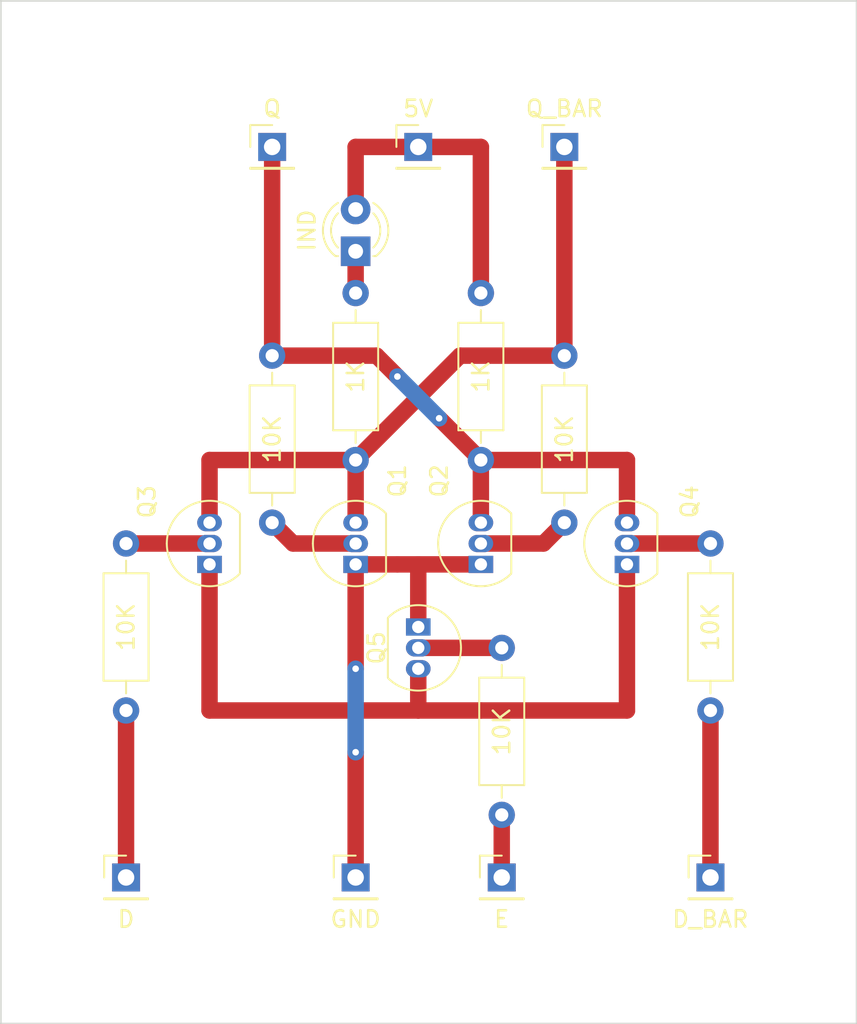
<source format=kicad_pcb>
(kicad_pcb (version 20221018) (generator pcbnew)
  (layers (0 "F.Cu" signal) (31 "B.Cu" signal) (34 "B.Paste" user) (35 "F.Paste" user) (36 "B.SilkS" user "B.Silkscreen") (37 "F.SilkS" user "F.Silkscreen") (38 "B.Mask" user) (39 "F.Mask" user) (44 "Edge.Cuts" user))
  (net 0 "")
  (net 1 "Net-(D1-K)")
  (net 2 "+5V")
  (net 3 "Net-(J1-Pin_1)")
  (net 4 "Net-(J2-Pin_1)")
  (net 5 "Net-(J3-Pin_1)")
  (net 6 "Net-(J5-Pin_1)")
  (net 7 "GND")
  (net 8 "Net-(Q1-B)")
  (net 9 "Net-(Q2-B)")
  (net 10 "Net-(Q3-E)")
  (net 11 "Net-(Q3-B)")
  (net 12 "Net-(Q4-B)")
  (net 13 "Net-(Q5-B)")
  (net 14 "Net-(J4-Pin_1)")
  (footprint "Resistor_THT:R_Axial_DIN0207_L6.3mm_D2.5mm_P10.16mm_Horizontal" (layer "F.Cu") (at 111.76 80.01 90)
    (fp_text reference "10K" (at 5.08 0 90) (layer "F.SilkS"))
    (fp_text value "R_Axial_DIN0207_L6.3mm_D2.5mm_P10.16mm_Horizontal" hide)
    (fp_line (start 1.04 0) (end 1.81 0) (stroke (width 0.12)) (layer "F.SilkS"))
    (fp_line (start 1.81 -1.37) (end 1.81 1.37) (stroke (width 0.12)) (layer "F.SilkS"))
    (fp_line (start 1.81 1.37) (end 8.35 1.37) (stroke (width 0.12)) (layer "F.SilkS"))
    (fp_line (start 8.35 -1.37) (end 1.81 -1.37) (stroke (width 0.12)) (layer "F.SilkS"))
    (fp_line (start 8.35 1.37) (end 8.35 -1.37) (stroke (width 0.12)) (layer "F.SilkS"))
    (fp_line (start 9.12 0) (end 8.35 0) (stroke (width 0.12)) (layer "F.SilkS"))
    (pad "1" thru_hole circle (at 0 0 90) (size 1.6 1.6) (drill 0.8) (layers "*.Cu" "*.Mask"))
    (pad "2" thru_hole oval (at 10.16 0 90) (size 1.6 1.6) (drill 0.8) (layers "*.Cu" "*.Mask"))
  )
  (footprint "MountingHole:MountingHole_2.1mm" (layer "F.Cu") (at 129.54 34.29)
    (fp_text reference "REF**" hide)
    (fp_text value "MountingHole_2.1mm" hide)
    (pad "" np_thru_hole circle (at 0 0) (size 2.1 2.1) (drill 2.1) (layers "F&B.Cu" "*.Mask"))
  )
  (footprint "Resistor_THT:R_Axial_DIN0207_L6.3mm_D2.5mm_P10.16mm_Horizontal" (layer "F.Cu") (at 110.49 58.42 90)
    (fp_text reference "1K" (at 5.08 0 90) (layer "F.SilkS"))
    (fp_text value "R_Axial_DIN0207_L6.3mm_D2.5mm_P10.16mm_Horizontal" hide)
    (fp_line (start 1.04 0) (end 1.81 0) (stroke (width 0.12)) (layer "F.SilkS"))
    (fp_line (start 1.81 -1.37) (end 1.81 1.37) (stroke (width 0.12)) (layer "F.SilkS"))
    (fp_line (start 1.81 1.37) (end 8.35 1.37) (stroke (width 0.12)) (layer "F.SilkS"))
    (fp_line (start 8.35 -1.37) (end 1.81 -1.37) (stroke (width 0.12)) (layer "F.SilkS"))
    (fp_line (start 8.35 1.37) (end 8.35 -1.37) (stroke (width 0.12)) (layer "F.SilkS"))
    (fp_line (start 9.12 0) (end 8.35 0) (stroke (width 0.12)) (layer "F.SilkS"))
    (pad "1" thru_hole circle (at 0 0 90) (size 1.6 1.6) (drill 0.8) (layers "*.Cu" "*.Mask"))
    (pad "2" thru_hole oval (at 10.16 0 90) (size 1.6 1.6) (drill 0.8) (layers "*.Cu" "*.Mask"))
  )
  (footprint "Connector_PinHeader_2.54mm:PinHeader_1x01_P2.54mm_Vertical" (layer "F.Cu") (at 88.9 83.82)
    (fp_text reference "D" (at 0 2.54) (layer "F.SilkS"))
    (fp_text value "D" hide)
    (fp_line (start -1.33 -1.33) (end 0 -1.33) (stroke (width 0.12)) (layer "F.SilkS"))
    (fp_line (start -1.33 0) (end -1.33 -1.33) (stroke (width 0.12)) (layer "F.SilkS"))
    (fp_line (start -1.33 1.27) (end -1.33 1.33) (stroke (width 0.12)) (layer "F.SilkS"))
    (fp_line (start -1.33 1.27) (end 1.33 1.27) (stroke (width 0.12)) (layer "F.SilkS"))
    (fp_line (start -1.33 1.33) (end 1.33 1.33) (stroke (width 0.12)) (layer "F.SilkS"))
    (fp_line (start 1.33 1.27) (end 1.33 1.33) (stroke (width 0.12)) (layer "F.SilkS"))
    (pad "1" thru_hole rect (at 0 0) (size 1.7 1.7) (drill 1) (layers "*.Cu" "*.Mask") (net 5 "Net-(J3-Pin_1)"))
  )
  (footprint "MountingHole:MountingHole_2.1mm" (layer "F.Cu") (at 85.09 34.29)
    (fp_text reference "REF**" hide)
    (fp_text value "MountingHole_2.1mm" hide)
    (pad "" np_thru_hole circle (at 0 0) (size 2.1 2.1) (drill 2.1) (layers "F&B.Cu" "*.Mask"))
  )
  (footprint "Resistor_THT:R_Axial_DIN0207_L6.3mm_D2.5mm_P10.16mm_Horizontal" (layer "F.Cu") (at 102.87 58.42 90)
    (fp_text reference "1K" (at 5.08 0 90) (layer "F.SilkS"))
    (fp_text value "R_Axial_DIN0207_L6.3mm_D2.5mm_P10.16mm_Horizontal" hide)
    (fp_line (start 1.04 0) (end 1.81 0) (stroke (width 0.12)) (layer "F.SilkS"))
    (fp_line (start 1.81 -1.37) (end 1.81 1.37) (stroke (width 0.12)) (layer "F.SilkS"))
    (fp_line (start 1.81 1.37) (end 8.35 1.37) (stroke (width 0.12)) (layer "F.SilkS"))
    (fp_line (start 8.35 -1.37) (end 1.81 -1.37) (stroke (width 0.12)) (layer "F.SilkS"))
    (fp_line (start 8.35 1.37) (end 8.35 -1.37) (stroke (width 0.12)) (layer "F.SilkS"))
    (fp_line (start 9.12 0) (end 8.35 0) (stroke (width 0.12)) (layer "F.SilkS"))
    (pad "1" thru_hole circle (at 0 0 90) (size 1.6 1.6) (drill 0.8) (layers "*.Cu" "*.Mask"))
    (pad "2" thru_hole oval (at 10.16 0 90) (size 1.6 1.6) (drill 0.8) (layers "*.Cu" "*.Mask"))
  )
  (footprint "Connector_PinHeader_2.54mm:PinHeader_1x01_P2.54mm_Vertical" (layer "F.Cu") (at 97.79 39.37)
    (fp_text reference "Q" (at 0 -2.33) (layer "F.SilkS"))
    (fp_text value "Q" hide)
    (fp_line (start -1.33 -1.33) (end 0 -1.33) (stroke (width 0.12)) (layer "F.SilkS"))
    (fp_line (start -1.33 0) (end -1.33 -1.33) (stroke (width 0.12)) (layer "F.SilkS"))
    (fp_line (start -1.33 1.27) (end -1.33 1.33) (stroke (width 0.12)) (layer "F.SilkS"))
    (fp_line (start -1.33 1.27) (end 1.33 1.27) (stroke (width 0.12)) (layer "F.SilkS"))
    (fp_line (start -1.33 1.33) (end 1.33 1.33) (stroke (width 0.12)) (layer "F.SilkS"))
    (fp_line (start 1.33 1.27) (end 1.33 1.33) (stroke (width 0.12)) (layer "F.SilkS"))
    (pad "1" thru_hole rect (at 0 0) (size 1.7 1.7) (drill 1) (layers "*.Cu" "*.Mask") (net 14 "Net-(J4-Pin_1)"))
  )
  (footprint "Package_TO_SOT_THT:TO-92_Inline" (layer "F.Cu") (at 106.68 68.58 -90)
    (fp_text reference "Q5" (at 1.27 2.54 90) (layer "F.SilkS"))
    (fp_text value "2N3904" hide)
    (fp_line (start -0.53 1.85) (end 3.07 1.85) (stroke (width 0.12)) (layer "F.SilkS"))
    (fp_arc (start -0.568478 1.838478) (mid -1.132087 -0.994977) (end 1.27 -2.6) (stroke (width 0.12)) (layer "F.SilkS"))
    (fp_arc (start 1.27 -2.6) (mid 3.672087 -0.994977) (end 3.108478 1.838478) (stroke (width 0.12)) (layer "F.SilkS"))
    (pad "1" thru_hole rect (at 0 0 270) (size 1.05 1.5) (drill 0.75) (layers "*.Cu" "*.Mask") (net 7 "GND"))
    (pad "2" thru_hole oval (at 1.27 0 270) (size 1.05 1.5) (drill 0.75) (layers "*.Cu" "*.Mask") (net 13 "Net-(Q5-B)"))
    (pad "3" thru_hole oval (at 2.54 0 270) (size 1.05 1.5) (drill 0.75) (layers "*.Cu" "*.Mask") (net 10 "Net-(Q3-E)"))
  )
  (footprint "Resistor_THT:R_Axial_DIN0207_L6.3mm_D2.5mm_P10.16mm_Horizontal" (layer "F.Cu") (at 97.79 62.23 90)
    (fp_text reference "10K" (at 5.08 0 90) (layer "F.SilkS"))
    (fp_text value "R_Axial_DIN0207_L6.3mm_D2.5mm_P10.16mm_Horizontal" hide)
    (fp_line (start 1.04 0) (end 1.81 0) (stroke (width 0.12)) (layer "F.SilkS"))
    (fp_line (start 1.81 -1.37) (end 1.81 1.37) (stroke (width 0.12)) (layer "F.SilkS"))
    (fp_line (start 1.81 1.37) (end 8.35 1.37) (stroke (width 0.12)) (layer "F.SilkS"))
    (fp_line (start 8.35 -1.37) (end 1.81 -1.37) (stroke (width 0.12)) (layer "F.SilkS"))
    (fp_line (start 8.35 1.37) (end 8.35 -1.37) (stroke (width 0.12)) (layer "F.SilkS"))
    (fp_line (start 9.12 0) (end 8.35 0) (stroke (width 0.12)) (layer "F.SilkS"))
    (pad "1" thru_hole circle (at 0 0 90) (size 1.6 1.6) (drill 0.8) (layers "*.Cu" "*.Mask"))
    (pad "2" thru_hole oval (at 10.16 0 90) (size 1.6 1.6) (drill 0.8) (layers "*.Cu" "*.Mask"))
  )
  (footprint "Resistor_THT:R_Axial_DIN0207_L6.3mm_D2.5mm_P10.16mm_Horizontal" (layer "F.Cu") (at 88.9 73.66 90)
    (fp_text reference "10K" (at 5.08 0 90) (layer "F.SilkS"))
    (fp_text value "R_Axial_DIN0207_L6.3mm_D2.5mm_P10.16mm_Horizontal" hide)
    (fp_line (start 1.04 0) (end 1.81 0) (stroke (width 0.12)) (layer "F.SilkS"))
    (fp_line (start 1.81 -1.37) (end 1.81 1.37) (stroke (width 0.12)) (layer "F.SilkS"))
    (fp_line (start 1.81 1.37) (end 8.35 1.37) (stroke (width 0.12)) (layer "F.SilkS"))
    (fp_line (start 8.35 -1.37) (end 1.81 -1.37) (stroke (width 0.12)) (layer "F.SilkS"))
    (fp_line (start 8.35 1.37) (end 8.35 -1.37) (stroke (width 0.12)) (layer "F.SilkS"))
    (fp_line (start 9.12 0) (end 8.35 0) (stroke (width 0.12)) (layer "F.SilkS"))
    (pad "1" thru_hole circle (at 0 0 90) (size 1.6 1.6) (drill 0.8) (layers "*.Cu" "*.Mask"))
    (pad "2" thru_hole oval (at 10.16 0 90) (size 1.6 1.6) (drill 0.8) (layers "*.Cu" "*.Mask"))
  )
  (footprint "Resistor_THT:R_Axial_DIN0207_L6.3mm_D2.5mm_P10.16mm_Horizontal" (layer "F.Cu") (at 115.57 62.23 90)
    (fp_text reference "10K" (at 5.08 0 90) (layer "F.SilkS"))
    (fp_text value "R_Axial_DIN0207_L6.3mm_D2.5mm_P10.16mm_Horizontal" hide)
    (fp_line (start 1.04 0) (end 1.81 0) (stroke (width 0.12)) (layer "F.SilkS"))
    (fp_line (start 1.81 -1.37) (end 1.81 1.37) (stroke (width 0.12)) (layer "F.SilkS"))
    (fp_line (start 1.81 1.37) (end 8.35 1.37) (stroke (width 0.12)) (layer "F.SilkS"))
    (fp_line (start 8.35 -1.37) (end 1.81 -1.37) (stroke (width 0.12)) (layer "F.SilkS"))
    (fp_line (start 8.35 1.37) (end 8.35 -1.37) (stroke (width 0.12)) (layer "F.SilkS"))
    (fp_line (start 9.12 0) (end 8.35 0) (stroke (width 0.12)) (layer "F.SilkS"))
    (pad "1" thru_hole circle (at 0 0 90) (size 1.6 1.6) (drill 0.8) (layers "*.Cu" "*.Mask"))
    (pad "2" thru_hole oval (at 10.16 0 90) (size 1.6 1.6) (drill 0.8) (layers "*.Cu" "*.Mask"))
  )
  (footprint "Connector_PinHeader_2.54mm:PinHeader_1x01_P2.54mm_Vertical" (layer "F.Cu") (at 124.46 83.82)
    (fp_text reference "D_BAR" (at 0 2.54) (layer "F.SilkS"))
    (fp_text value "" hide)
    (fp_line (start -1.33 -1.33) (end 0 -1.33) (stroke (width 0.12)) (layer "F.SilkS"))
    (fp_line (start -1.33 0) (end -1.33 -1.33) (stroke (width 0.12)) (layer "F.SilkS"))
    (fp_line (start -1.33 1.27) (end -1.33 1.33) (stroke (width 0.12)) (layer "F.SilkS"))
    (fp_line (start -1.33 1.27) (end 1.33 1.27) (stroke (width 0.12)) (layer "F.SilkS"))
    (fp_line (start -1.33 1.33) (end 1.33 1.33) (stroke (width 0.12)) (layer "F.SilkS"))
    (fp_line (start 1.33 1.27) (end 1.33 1.33) (stroke (width 0.12)) (layer "F.SilkS"))
    (pad "1" thru_hole rect (at 0 0) (size 1.7 1.7) (drill 1) (layers "*.Cu" "*.Mask") (net 4 "Net-(J2-Pin_1)"))
  )
  (footprint "Connector_PinHeader_2.54mm:PinHeader_1x01_P2.54mm_Vertical" (layer "F.Cu") (at 115.57 39.37)
    (fp_text reference "Q_BAR" (at 0 -2.33) (layer "F.SilkS"))
    (fp_text value "Q_BAR" hide)
    (fp_line (start -1.33 -1.33) (end 0 -1.33) (stroke (width 0.12)) (layer "F.SilkS"))
    (fp_line (start -1.33 0) (end -1.33 -1.33) (stroke (width 0.12)) (layer "F.SilkS"))
    (fp_line (start -1.33 1.27) (end -1.33 1.33) (stroke (width 0.12)) (layer "F.SilkS"))
    (fp_line (start -1.33 1.27) (end 1.33 1.27) (stroke (width 0.12)) (layer "F.SilkS"))
    (fp_line (start -1.33 1.33) (end 1.33 1.33) (stroke (width 0.12)) (layer "F.SilkS"))
    (fp_line (start 1.33 1.27) (end 1.33 1.33) (stroke (width 0.12)) (layer "F.SilkS"))
    (pad "1" thru_hole rect (at 0 0) (size 1.7 1.7) (drill 1) (layers "*.Cu" "*.Mask") (net 6 "Net-(J5-Pin_1)"))
  )
  (footprint "MountingHole:MountingHole_2.1mm" (layer "F.Cu") (at 129.54 88.9)
    (fp_text reference "REF**" hide)
    (fp_text value "MountingHole_2.1mm" hide)
    (pad "" np_thru_hole circle (at 0 0) (size 2.1 2.1) (drill 2.1) (layers "F&B.Cu" "*.Mask"))
  )
  (footprint "Connector_PinHeader_2.54mm:PinHeader_1x01_P2.54mm_Vertical" (layer "F.Cu") (at 106.68 39.37)
    (fp_text reference "5V" (at 0 -2.33) (layer "F.SilkS"))
    (fp_text value "5V" hide)
    (fp_line (start -1.33 -1.33) (end 0 -1.33) (stroke (width 0.12)) (layer "F.SilkS"))
    (fp_line (start -1.33 0) (end -1.33 -1.33) (stroke (width 0.12)) (layer "F.SilkS"))
    (fp_line (start -1.33 1.27) (end -1.33 1.33) (stroke (width 0.12)) (layer "F.SilkS"))
    (fp_line (start -1.33 1.27) (end 1.33 1.27) (stroke (width 0.12)) (layer "F.SilkS"))
    (fp_line (start -1.33 1.33) (end 1.33 1.33) (stroke (width 0.12)) (layer "F.SilkS"))
    (fp_line (start 1.33 1.27) (end 1.33 1.33) (stroke (width 0.12)) (layer "F.SilkS"))
    (pad "1" thru_hole rect (at 0 0) (size 1.7 1.7) (drill 1) (layers "*.Cu" "*.Mask") (net 2 "+5V"))
  )
  (footprint "Package_TO_SOT_THT:TO-92_Inline" (layer "F.Cu") (at 110.49 64.77 90)
    (fp_text reference "Q2" (at 5.08 -2.54 90) (layer "F.SilkS"))
    (fp_text value "2N3904" hide)
    (fp_line (start -0.53 1.85) (end 3.07 1.85) (stroke (width 0.12)) (layer "F.SilkS"))
    (fp_arc (start -0.568478 1.838478) (mid -1.132087 -0.994977) (end 1.27 -2.6) (stroke (width 0.12)) (layer "F.SilkS"))
    (fp_arc (start 1.27 -2.6) (mid 3.672087 -0.994977) (end 3.108478 1.838478) (stroke (width 0.12)) (layer "F.SilkS"))
    (pad "1" thru_hole rect (at 0 0 90) (size 1.05 1.5) (drill 0.75) (layers "*.Cu" "*.Mask") (net 7 "GND"))
    (pad "2" thru_hole oval (at 1.27 0 90) (size 1.05 1.5) (drill 0.75) (layers "*.Cu" "*.Mask") (net 9 "Net-(Q2-B)"))
    (pad "3" thru_hole oval (at 2.54 0 90) (size 1.05 1.5) (drill 0.75) (layers "*.Cu" "*.Mask") (net 14 "Net-(J4-Pin_1)"))
  )
  (footprint "Resistor_THT:R_Axial_DIN0207_L6.3mm_D2.5mm_P10.16mm_Horizontal" (layer "F.Cu") (at 124.46 73.66 90)
    (fp_text reference "10K" (at 5.08 0 90) (layer "F.SilkS"))
    (fp_text value "R_Axial_DIN0207_L6.3mm_D2.5mm_P10.16mm_Horizontal" hide)
    (fp_line (start 1.04 0) (end 1.81 0) (stroke (width 0.12)) (layer "F.SilkS"))
    (fp_line (start 1.81 -1.37) (end 1.81 1.37) (stroke (width 0.12)) (layer "F.SilkS"))
    (fp_line (start 1.81 1.37) (end 8.35 1.37) (stroke (width 0.12)) (layer "F.SilkS"))
    (fp_line (start 8.35 -1.37) (end 1.81 -1.37) (stroke (width 0.12)) (layer "F.SilkS"))
    (fp_line (start 8.35 1.37) (end 8.35 -1.37) (stroke (width 0.12)) (layer "F.SilkS"))
    (fp_line (start 9.12 0) (end 8.35 0) (stroke (width 0.12)) (layer "F.SilkS"))
    (pad "1" thru_hole circle (at 0 0 90) (size 1.6 1.6) (drill 0.8) (layers "*.Cu" "*.Mask"))
    (pad "2" thru_hole oval (at 10.16 0 90) (size 1.6 1.6) (drill 0.8) (layers "*.Cu" "*.Mask"))
  )
  (footprint "Package_TO_SOT_THT:TO-92_Inline" (layer "F.Cu") (at 119.38 64.77 90)
    (fp_text reference "Q4" (at 3.81 3.81 90) (layer "F.SilkS"))
    (fp_text value "2N3904" hide)
    (fp_line (start -0.53 1.85) (end 3.07 1.85) (stroke (width 0.12)) (layer "F.SilkS"))
    (fp_arc (start -0.568478 1.838478) (mid -1.132087 -0.994977) (end 1.27 -2.6) (stroke (width 0.12)) (layer "F.SilkS"))
    (fp_arc (start 1.27 -2.6) (mid 3.672087 -0.994977) (end 3.108478 1.838478) (stroke (width 0.12)) (layer "F.SilkS"))
    (pad "1" thru_hole rect (at 0 0 90) (size 1.05 1.5) (drill 0.75) (layers "*.Cu" "*.Mask") (net 10 "Net-(Q3-E)"))
    (pad "2" thru_hole oval (at 1.27 0 90) (size 1.05 1.5) (drill 0.75) (layers "*.Cu" "*.Mask") (net 12 "Net-(Q4-B)"))
    (pad "3" thru_hole oval (at 2.54 0 90) (size 1.05 1.5) (drill 0.75) (layers "*.Cu" "*.Mask") (net 14 "Net-(J4-Pin_1)"))
  )
  (footprint "Package_TO_SOT_THT:TO-92_Inline" (layer "F.Cu") (at 102.87 64.77 90)
    (fp_text reference "Q1" (at 5.08 2.54 90) (layer "F.SilkS"))
    (fp_text value "2N3904" hide)
    (fp_line (start -0.53 1.85) (end 3.07 1.85) (stroke (width 0.12)) (layer "F.SilkS"))
    (fp_arc (start -0.568478 1.838478) (mid -1.132087 -0.994977) (end 1.27 -2.6) (stroke (width 0.12)) (layer "F.SilkS"))
    (fp_arc (start 1.27 -2.6) (mid 3.672087 -0.994977) (end 3.108478 1.838478) (stroke (width 0.12)) (layer "F.SilkS"))
    (pad "1" thru_hole rect (at 0 0 90) (size 1.05 1.5) (drill 0.75) (layers "*.Cu" "*.Mask") (net 7 "GND"))
    (pad "2" thru_hole oval (at 1.27 0 90) (size 1.05 1.5) (drill 0.75) (layers "*.Cu" "*.Mask") (net 8 "Net-(Q1-B)"))
    (pad "3" thru_hole oval (at 2.54 0 90) (size 1.05 1.5) (drill 0.75) (layers "*.Cu" "*.Mask") (net 6 "Net-(J5-Pin_1)"))
  )
  (footprint "Connector_PinHeader_2.54mm:PinHeader_1x01_P2.54mm_Vertical" (layer "F.Cu") (at 111.76 83.82)
    (fp_text reference "E" (at 0 2.54) (layer "F.SilkS"))
    (fp_text value "E" hide)
    (fp_line (start -1.33 -1.33) (end 0 -1.33) (stroke (width 0.12)) (layer "F.SilkS"))
    (fp_line (start -1.33 0) (end -1.33 -1.33) (stroke (width 0.12)) (layer "F.SilkS"))
    (fp_line (start -1.33 1.27) (end -1.33 1.33) (stroke (width 0.12)) (layer "F.SilkS"))
    (fp_line (start -1.33 1.27) (end 1.33 1.27) (stroke (width 0.12)) (layer "F.SilkS"))
    (fp_line (start -1.33 1.33) (end 1.33 1.33) (stroke (width 0.12)) (layer "F.SilkS"))
    (fp_line (start 1.33 1.27) (end 1.33 1.33) (stroke (width 0.12)) (layer "F.SilkS"))
    (pad "1" thru_hole rect (at 0 0) (size 1.7 1.7) (drill 1) (layers "*.Cu" "*.Mask") (net 3 "Net-(J1-Pin_1)"))
  )
  (footprint "MountingHole:MountingHole_2.1mm" (layer "F.Cu") (at 85.09 88.9)
    (fp_text reference "REF**" hide)
    (fp_text value "MountingHole_2.1mm" hide)
    (pad "" np_thru_hole circle (at 0 0) (size 2.1 2.1) (drill 2.1) (layers "F&B.Cu" "*.Mask"))
  )
  (footprint "Connector_PinHeader_2.54mm:PinHeader_1x01_P2.54mm_Vertical" (layer "F.Cu") (at 102.87 83.82)
    (fp_text reference "GND" (at 0 2.54) (layer "F.SilkS"))
    (fp_text value "GND" hide)
    (fp_line (start -1.33 -1.33) (end 0 -1.33) (stroke (width 0.12)) (layer "F.SilkS"))
    (fp_line (start -1.33 0) (end -1.33 -1.33) (stroke (width 0.12)) (layer "F.SilkS"))
    (fp_line (start -1.33 1.27) (end -1.33 1.33) (stroke (width 0.12)) (layer "F.SilkS"))
    (fp_line (start -1.33 1.27) (end 1.33 1.27) (stroke (width 0.12)) (layer "F.SilkS"))
    (fp_line (start -1.33 1.33) (end 1.33 1.33) (stroke (width 0.12)) (layer "F.SilkS"))
    (fp_line (start 1.33 1.27) (end 1.33 1.33) (stroke (width 0.12)) (layer "F.SilkS"))
    (pad "1" thru_hole rect (at 0 0) (size 1.7 1.7) (drill 1) (layers "*.Cu" "*.Mask") (net 7 "GND"))
  )
  (footprint "LED_THT:LED_D3.0mm" (layer "F.Cu") (at 102.87 45.72 90)
    (fp_text reference "IND" (at 1.27 -2.96 90) (layer "F.SilkS"))
    (fp_text value "IND" hide)
    (fp_line (start -0.29 -1.236) (end -0.29 -1.08) (stroke (width 0.12)) (layer "F.SilkS"))
    (fp_line (start -0.29 1.08) (end -0.29 1.236) (stroke (width 0.12)) (layer "F.SilkS"))
    (fp_arc (start -0.29 -1.235516) (mid 1.366487 -1.987659) (end 2.942335 -1.078608) (stroke (width 0.12)) (layer "F.SilkS"))
    (fp_arc (start 0.229039 -1.08) (mid 1.270117 -1.5) (end 2.31113 -1.079837) (stroke (width 0.12)) (layer "F.SilkS"))
    (fp_arc (start 2.31113 1.079837) (mid 1.270117 1.5) (end 0.229039 1.08) (stroke (width 0.12)) (layer "F.SilkS"))
    (fp_arc (start 2.942335 1.078608) (mid 1.366487 1.987659) (end -0.29 1.235516) (stroke (width 0.12)) (layer "F.SilkS"))
    (pad "1" thru_hole rect (at 0 0 90) (size 1.8 1.8) (drill 0.9) (layers "*.Cu" "*.Mask") (net 1 "Net-(D1-K)"))
    (pad "2" thru_hole circle (at 2.54 0 90) (size 1.8 1.8) (drill 0.9) (layers "*.Cu" "*.Mask") (net 2 "+5V"))
  )
  (footprint "Package_TO_SOT_THT:TO-92_Inline" (layer "F.Cu") (at 93.98 64.77 90)
    (fp_text reference "Q3" (at 3.81 -3.81 90) (layer "F.SilkS"))
    (fp_text value "2N3904" hide)
    (fp_line (start -0.53 1.85) (end 3.07 1.85) (stroke (width 0.12)) (layer "F.SilkS"))
    (fp_arc (start -0.568478 1.838478) (mid -1.132087 -0.994977) (end 1.27 -2.6) (stroke (width 0.12)) (layer "F.SilkS"))
    (fp_arc (start 1.27 -2.6) (mid 3.672087 -0.994977) (end 3.108478 1.838478) (stroke (width 0.12)) (layer "F.SilkS"))
    (pad "1" thru_hole rect (at 0 0 90) (size 1.05 1.5) (drill 0.75) (layers "*.Cu" "*.Mask") (net 10 "Net-(Q3-E)"))
    (pad "2" thru_hole oval (at 1.27 0 90) (size 1.05 1.5) (drill 0.75) (layers "*.Cu" "*.Mask") (net 11 "Net-(Q3-B)"))
    (pad "3" thru_hole oval (at 2.54 0 90) (size 1.05 1.5) (drill 0.75) (layers "*.Cu" "*.Mask") (net 6 "Net-(J5-Pin_1)"))
  )
  (gr_rect (start 81.28 30.48) (end 133.35 92.71) (stroke (width 0.1)) (fill none) (layer "Edge.Cuts"))
  (segment (start 102.87 48.26) (end 102.87 45.72) (width 1) (layer "F.Cu") (net 1))
  (segment (start 102.87 43.18) (end 102.87 39.37) (width 1) (layer "F.Cu") (net 2))
  (segment (start 110.49 48.26) (end 110.49 39.37) (width 1) (layer "F.Cu") (net 2))
  (segment (start 102.87 39.37) (end 110.49 39.37) (width 1) (layer "F.Cu") (net 2))
  (segment (start 111.76 83.82) (end 111.76 80.01) (width 1) (layer "F.Cu") (net 3))
  (segment (start 124.46 83.82) (end 124.46 73.66) (width 1) (layer "F.Cu") (net 4))
  (segment (start 88.9 83.82) (end 88.9 73.66) (width 1) (layer "F.Cu") (net 5))
  (segment (start 93.98 62.23) (end 93.98 58.42) (width 1) (layer "F.Cu") (net 6))
  (segment (start 115.57 52.07) (end 109.22 52.07) (width 1) (layer "F.Cu") (net 6))
  (segment (start 102.87 62.23) (end 102.87 58.42) (width 1) (layer "F.Cu") (net 6))
  (segment (start 93.98 58.42) (end 102.87 58.42) (width 1) (layer "F.Cu") (net 6))
  (segment (start 109.22 52.07) (end 102.87 58.42) (width 1) (layer "F.Cu") (net 6))
  (segment (start 115.57 39.37) (end 115.57 52.07) (width 1) (layer "F.Cu") (net 6))
  (segment (start 102.87 76.2) (end 102.87 83.82) (width 1) (layer "F.Cu") (net 7))
  (segment (start 105.41 64.77) (end 102.87 64.77) (width 1) (layer "F.Cu") (net 7))
  (segment (start 102.87 64.77) (end 102.87 71.12) (width 1) (layer "F.Cu") (net 7))
  (segment (start 110.49 64.77) (end 106.68 64.77) (width 1) (layer "F.Cu") (net 7))
  (segment (start 106.68 64.77) (end 105.41 64.77) (width 1) (layer "F.Cu") (net 7))
  (segment (start 106.68 64.77) (end 106.68 68.58) (width 1) (layer "F.Cu") (net 7))
  (via (at 102.87 76.2) (size 0.8) (drill 0.4) (layers "F.Cu" "B.Cu") (net 7))
  (via (at 102.87 71.12) (size 0.8) (drill 0.4) (layers "F.Cu" "B.Cu") (net 7))
  (segment (start 102.87 76.2) (end 102.87 71.12) (width 1) (layer "B.Cu") (net 7))
  (segment (start 97.79 62.23) (end 99.06 63.5) (width 1) (layer "F.Cu") (net 8))
  (segment (start 99.06 63.5) (end 102.87 63.5) (width 1) (layer "F.Cu") (net 8))
  (segment (start 110.49 63.5) (end 114.3 63.5) (width 1) (layer "F.Cu") (net 9))
  (segment (start 114.3 63.5) (end 115.57 62.23) (width 1) (layer "F.Cu") (net 9))
  (segment (start 119.38 64.77) (end 119.38 73.66) (width 1) (layer "F.Cu") (net 10))
  (segment (start 93.98 73.66) (end 93.98 64.77) (width 1) (layer "F.Cu") (net 10))
  (segment (start 106.68 73.66) (end 93.98 73.66) (width 1) (layer "F.Cu") (net 10))
  (segment (start 106.68 73.66) (end 106.68 71.12) (width 1) (layer "F.Cu") (net 10))
  (segment (start 110.49 73.66) (end 106.68 73.66) (width 1) (layer "F.Cu") (net 10))
  (segment (start 119.38 73.66) (end 110.49 73.66) (width 1) (layer "F.Cu") (net 10))
  (segment (start 88.9 63.5) (end 93.98 63.5) (width 1) (layer "F.Cu") (net 11))
  (segment (start 119.38 63.5) (end 124.46 63.5) (width 1) (layer "F.Cu") (net 12))
  (segment (start 106.68 69.85) (end 111.76 69.85) (width 1) (layer "F.Cu") (net 13))
  (segment (start 105.41 53.34) (end 104.14 52.07) (width 1) (layer "F.Cu") (net 14))
  (segment (start 110.49 62.23) (end 110.49 58.42) (width 1) (layer "F.Cu") (net 14))
  (segment (start 119.38 62.23) (end 119.38 58.42) (width 1) (layer "F.Cu") (net 14))
  (segment (start 110.49 58.42) (end 107.95 55.88) (width 1) (layer "F.Cu") (net 14))
  (segment (start 97.79 52.07) (end 97.79 39.37) (width 1) (layer "F.Cu") (net 14))
  (segment (start 104.14 52.07) (end 97.79 52.07) (width 1) (layer "F.Cu") (net 14))
  (segment (start 119.38 58.42) (end 110.49 58.42) (width 1) (layer "F.Cu") (net 14))
  (via (at 107.95 55.88) (size 0.8) (drill 0.4) (layers "F.Cu" "B.Cu") (net 14))
  (via (at 105.41 53.34) (size 0.8) (drill 0.4) (layers "F.Cu" "B.Cu") (net 14))
  (segment (start 105.41 53.34) (end 107.95 55.88) (width 1) (layer "B.Cu") (net 14))
)
</source>
